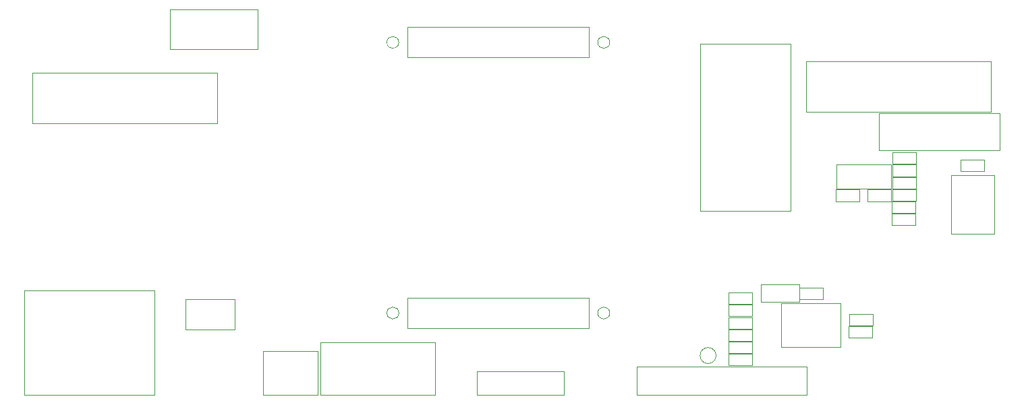
<source format=gbr>
G04 #@! TF.GenerationSoftware,KiCad,Pcbnew,8.0.0-rc1*
G04 #@! TF.CreationDate,2024-01-27T15:59:43+03:00*
G04 #@! TF.ProjectId,RP2040_minimal,52503230-3430-45f6-9d69-6e696d616c2e,REV1*
G04 #@! TF.SameCoordinates,Original*
G04 #@! TF.FileFunction,Other,User*
%FSLAX46Y46*%
G04 Gerber Fmt 4.6, Leading zero omitted, Abs format (unit mm)*
G04 Created by KiCad (PCBNEW 8.0.0-rc1) date 2024-01-27 15:59:43*
%MOMM*%
%LPD*%
G01*
G04 APERTURE LIST*
%ADD10C,0.050000*%
%ADD11C,0.120000*%
%ADD12C,0.100000*%
G04 APERTURE END LIST*
D10*
X111590000Y-119860000D02*
X111590000Y-133012000D01*
X111590000Y-119860000D02*
X127900000Y-119860000D01*
X127900000Y-133012000D02*
X111590000Y-133012000D01*
X127900000Y-133012000D02*
X127900000Y-119860000D01*
X227917500Y-105371000D02*
X227917500Y-112771000D01*
X227917500Y-112771000D02*
X233317500Y-112771000D01*
X233317500Y-105371000D02*
X227917500Y-105371000D01*
X233317500Y-112771000D02*
X233317500Y-105371000D01*
X220497500Y-104076000D02*
X223457500Y-104076000D01*
X220497500Y-105536000D02*
X220497500Y-104076000D01*
X223457500Y-104076000D02*
X223457500Y-105536000D01*
X223457500Y-105536000D02*
X220497500Y-105536000D01*
X188452500Y-129436000D02*
X188452500Y-133036000D01*
X188452500Y-133036000D02*
X209802500Y-133036000D01*
X209802500Y-129436000D02*
X188452500Y-129436000D01*
X209802500Y-133036000D02*
X209802500Y-129436000D01*
X213487500Y-104026000D02*
X213487500Y-107086000D01*
X213487500Y-107086000D02*
X220337500Y-107086000D01*
X220337500Y-104026000D02*
X213487500Y-104026000D01*
X220337500Y-107086000D02*
X220337500Y-104026000D01*
X218852500Y-97646000D02*
X218852500Y-102246000D01*
X218852500Y-102246000D02*
X233952500Y-102246000D01*
X233952500Y-97646000D02*
X218852500Y-97646000D01*
X233952500Y-102246000D02*
X233952500Y-97646000D01*
X199952500Y-121656000D02*
X202912500Y-121656000D01*
X199952500Y-123116000D02*
X199952500Y-121656000D01*
X202912500Y-121656000D02*
X202912500Y-123116000D01*
X202912500Y-123116000D02*
X199952500Y-123116000D01*
X158560000Y-122716000D02*
G75*
G02*
X157060000Y-122716000I-750000J0D01*
G01*
X157060000Y-122716000D02*
G75*
G02*
X158560000Y-122716000I750000J0D01*
G01*
X199967500Y-127826000D02*
X202927500Y-127826000D01*
X199967500Y-129286000D02*
X199967500Y-127826000D01*
X202927500Y-127826000D02*
X202927500Y-129286000D01*
X202927500Y-129286000D02*
X199967500Y-129286000D01*
X199982500Y-126306000D02*
X202942500Y-126306000D01*
X199982500Y-127766000D02*
X199982500Y-126306000D01*
X202942500Y-126306000D02*
X202942500Y-127766000D01*
X202942500Y-127766000D02*
X199982500Y-127766000D01*
X215072500Y-122836000D02*
X218032500Y-122836000D01*
X215072500Y-124296000D02*
X215072500Y-122836000D01*
X218032500Y-122836000D02*
X218032500Y-124296000D01*
X218032500Y-124296000D02*
X215072500Y-124296000D01*
X220497500Y-102506000D02*
X223457500Y-102506000D01*
X220497500Y-103966000D02*
X220497500Y-102506000D01*
X223457500Y-102506000D02*
X223457500Y-103966000D01*
X223457500Y-103966000D02*
X220497500Y-103966000D01*
X217387500Y-107216000D02*
X220347500Y-107216000D01*
X217387500Y-108676000D02*
X217387500Y-107216000D01*
X220347500Y-107216000D02*
X220347500Y-108676000D01*
X220347500Y-108676000D02*
X217387500Y-108676000D01*
X208812500Y-119556000D02*
X211772500Y-119556000D01*
X208812500Y-121016000D02*
X208812500Y-119556000D01*
X211772500Y-119556000D02*
X211772500Y-121016000D01*
X211772500Y-121016000D02*
X208812500Y-121016000D01*
X129832500Y-84606000D02*
X129832500Y-89606000D01*
X129832500Y-89606000D02*
X140832500Y-89606000D01*
X140832500Y-84606000D02*
X129832500Y-84606000D01*
X140832500Y-89606000D02*
X140832500Y-84606000D01*
X203992500Y-119096000D02*
X208792500Y-119096000D01*
X203992500Y-121296000D02*
X203992500Y-119096000D01*
X208792500Y-119096000D02*
X208792500Y-121296000D01*
X208792500Y-121296000D02*
X203992500Y-121296000D01*
X185032500Y-88716000D02*
G75*
G02*
X183532500Y-88716000I-750000J0D01*
G01*
X183532500Y-88716000D02*
G75*
G02*
X185032500Y-88716000I750000J0D01*
G01*
X220487500Y-107166000D02*
X223447500Y-107166000D01*
X220487500Y-108626000D02*
X220487500Y-107166000D01*
X223447500Y-107166000D02*
X223447500Y-108626000D01*
X223447500Y-108626000D02*
X220487500Y-108626000D01*
X158560000Y-88716000D02*
G75*
G02*
X157060000Y-88716000I-750000J0D01*
G01*
X157060000Y-88716000D02*
G75*
G02*
X158560000Y-88716000I750000J0D01*
G01*
X199967500Y-123226000D02*
X202927500Y-123226000D01*
X199967500Y-124686000D02*
X199967500Y-123226000D01*
X202927500Y-123226000D02*
X202927500Y-124686000D01*
X202927500Y-124686000D02*
X199967500Y-124686000D01*
X206537500Y-121496000D02*
X213987500Y-121496000D01*
X206537500Y-126996000D02*
X206537500Y-121496000D01*
X213987500Y-121496000D02*
X213987500Y-126996000D01*
X213987500Y-126996000D02*
X206537500Y-126996000D01*
X220502500Y-105636000D02*
X223462500Y-105636000D01*
X220502500Y-107096000D02*
X220502500Y-105636000D01*
X223462500Y-105636000D02*
X223462500Y-107096000D01*
X223462500Y-107096000D02*
X220502500Y-107096000D01*
D11*
X159640000Y-120810000D02*
X182440000Y-120810000D01*
X159640000Y-124590000D02*
X159640000Y-120810000D01*
X182440000Y-120810000D02*
X182440000Y-124590000D01*
X182440000Y-124590000D02*
X159640000Y-124590000D01*
D10*
X220452500Y-110226000D02*
X223412500Y-110226000D01*
X220452500Y-111686000D02*
X220452500Y-110226000D01*
X223412500Y-110226000D02*
X223412500Y-111686000D01*
X223412500Y-111686000D02*
X220452500Y-111686000D01*
X220462500Y-108696000D02*
X223422500Y-108696000D01*
X220462500Y-110156000D02*
X220462500Y-108696000D01*
X223422500Y-108696000D02*
X223422500Y-110156000D01*
X223422500Y-110156000D02*
X220462500Y-110156000D01*
D12*
X131767500Y-120941000D02*
X137962500Y-120941000D01*
X131767500Y-124791000D02*
X131767500Y-120941000D01*
X137962500Y-120941000D02*
X137962500Y-124791000D01*
X137962500Y-124791000D02*
X131767500Y-124791000D01*
D10*
X141502500Y-127466000D02*
X141502500Y-132966000D01*
X141502500Y-132966000D02*
X148402500Y-132966000D01*
X148402500Y-127466000D02*
X141502500Y-127466000D01*
X148402500Y-132966000D02*
X148402500Y-127466000D01*
X185032500Y-122716000D02*
G75*
G02*
X183532500Y-122716000I-750000J0D01*
G01*
X183532500Y-122716000D02*
G75*
G02*
X185032500Y-122716000I750000J0D01*
G01*
X148687500Y-126406000D02*
X148687500Y-133006000D01*
X148687500Y-133006000D02*
X163127500Y-133006000D01*
X163127500Y-126406000D02*
X148687500Y-126406000D01*
X163127500Y-133006000D02*
X163127500Y-126406000D01*
X229042500Y-103416000D02*
X232002500Y-103416000D01*
X229042500Y-104876000D02*
X229042500Y-103416000D01*
X232002500Y-103416000D02*
X232002500Y-104876000D01*
X232002500Y-104876000D02*
X229042500Y-104876000D01*
X112552500Y-92496000D02*
X112552500Y-98896000D01*
X112552500Y-98896000D02*
X135752500Y-98896000D01*
X135752500Y-92496000D02*
X112552500Y-92496000D01*
X135752500Y-98896000D02*
X135752500Y-92496000D01*
X209672500Y-91076000D02*
X209672500Y-97476000D01*
X209672500Y-97476000D02*
X232872500Y-97476000D01*
X232872500Y-91076000D02*
X209672500Y-91076000D01*
X232872500Y-97476000D02*
X232872500Y-91076000D01*
X168322500Y-130006000D02*
X179322500Y-130006000D01*
X168322500Y-133006000D02*
X168322500Y-130006000D01*
X179322500Y-130006000D02*
X179322500Y-133006000D01*
X179322500Y-133006000D02*
X168322500Y-133006000D01*
D11*
X159640000Y-86810000D02*
X182440000Y-86810000D01*
X159640000Y-90590000D02*
X159640000Y-86810000D01*
X182440000Y-86810000D02*
X182440000Y-90590000D01*
X182440000Y-90590000D02*
X159640000Y-90590000D01*
D10*
X198372500Y-128056000D02*
G75*
G02*
X196372500Y-128056000I-1000000J0D01*
G01*
X196372500Y-128056000D02*
G75*
G02*
X198372500Y-128056000I1000000J0D01*
G01*
X199982500Y-124766000D02*
X202942500Y-124766000D01*
X199982500Y-126226000D02*
X199982500Y-124766000D01*
X202942500Y-124766000D02*
X202942500Y-126226000D01*
X202942500Y-126226000D02*
X199982500Y-126226000D01*
X199972500Y-120116000D02*
X202932500Y-120116000D01*
X199972500Y-121576000D02*
X199972500Y-120116000D01*
X202932500Y-120116000D02*
X202932500Y-121576000D01*
X202932500Y-121576000D02*
X199972500Y-121576000D01*
X213417500Y-107216000D02*
X216377500Y-107216000D01*
X213417500Y-108676000D02*
X213417500Y-107216000D01*
X216377500Y-107216000D02*
X216377500Y-108676000D01*
X216377500Y-108676000D02*
X213417500Y-108676000D01*
X207712500Y-88896000D02*
X196362500Y-88896000D01*
X196362500Y-109886000D01*
X207712500Y-109886000D01*
X207712500Y-88896000D01*
X215042500Y-124376000D02*
X218002500Y-124376000D01*
X215042500Y-125836000D02*
X215042500Y-124376000D01*
X218002500Y-124376000D02*
X218002500Y-125836000D01*
X218002500Y-125836000D02*
X215042500Y-125836000D01*
M02*

</source>
